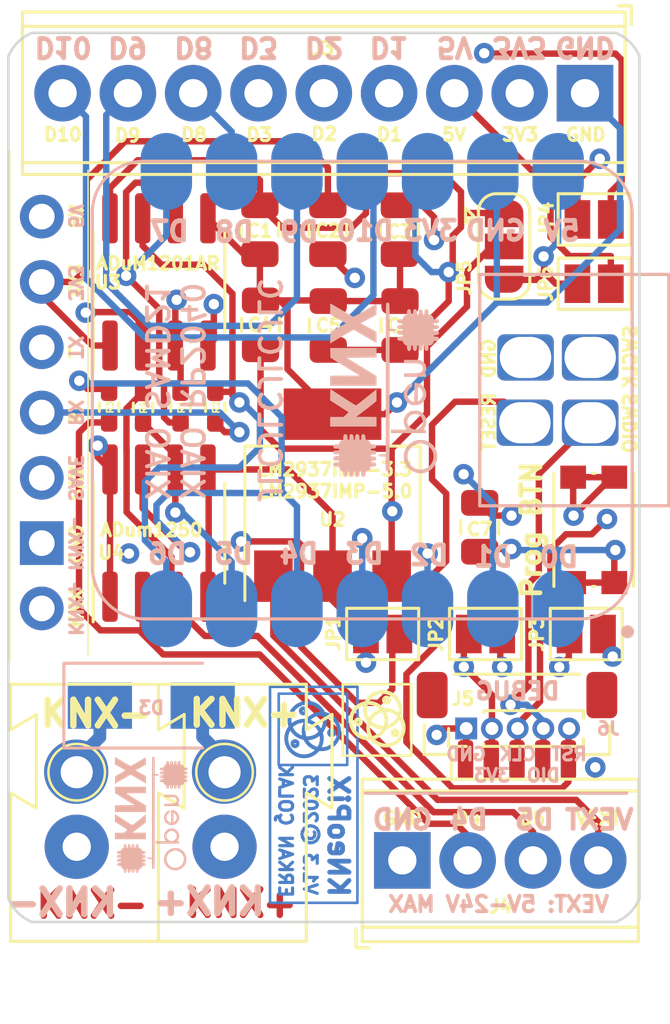
<source format=kicad_pcb>
(kicad_pcb (version 20240108) (generator "pcbnew") (generator_version "8.0")
  (title_block (title "KNeoPix") (date "2023-02-25") (rev "1.3") (company "OpenKNX"))
  (layers (0 "F.Cu" signal) (1 "In1.Cu" signal) (2 "In2.Cu" signal) (31 "B.Cu" signal) (34 "B.Paste" user) (35 "F.Paste" user) (36 "B.SilkS" user "B.Silkscreen") (37 "F.SilkS" user "F.Silkscreen") (38 "B.Mask" user) (39 "F.Mask" user) (44 "Edge.Cuts" user))
  (net 0 "")
  (net 1 "KNX_3V3")
  (net 2 "KNX_RX")
  (net 3 "KNX_TX")
  (net 4 "D0")
  (net 5 "D10")
  (net 6 "D9")
  (net 7 "D8")
  (net 8 "D3")
  (net 9 "D2")
  (net 10 "D1")
  (net 11 "KNX_GND")
  (net 12 "D4_SDA")
  (net 13 "D5_SCL")
  (net 14 "D6_TX")
  (net 15 "D7_RX")
  (net 16 "KNX_SAVE")
  (net 17 "KNX_5V")
  (net 18 "KNX+")
  (net 19 "EXT_GND")
  (net 20 "NEO_DATA1_OUT")
  (net 21 "NEO_DATA0_OUT")
  (net 22 "5V-MCU")
  (net 23 "EXT_VCC_OUT")
  (net 24 "S_3V3")
  (net 25 "EXT_VCC_IN")
  (net 26 "SWCLK")
  (net 27 "SWDIO")
  (net 28 "RESET")
  (footprint "KNeoPix:C_0805_2012Metric" (layer "F.Cu") (at 60.78642 47.063384 -90)
    (property "Reference" "C2")
    (property "Value" "100nF" (hide yes))
  )
  (footprint "KNeoPix:JST_SH_BM05B-SRSS-TB_1x05-1MP_P1.00mm_Vertical" (layer "F.Cu") (at 68.14142 66.363384)
    (property "Reference" "J5")
    (property "Value" "Conn_01x05" (hide yes))
  )
  (footprint "KNeoPix:SOT-223-3_TabPin2" (layer "F.Cu") (at 60.96642 57.388384 90)
    (property "Reference" "U2")
    (property "Value" "LM2937IMP-3.3 / 5.0" (hide yes))
  )
  (footprint "KNeoPix:C_0805_2012Metric" (layer "F.Cu") (at 58.14142 47.063384 -90)
    (property "Reference" "C1")
    (property "Value" "100nF" (hide yes))
  )
  (footprint "KNeoPix:R_0402_1005Metric_Pad0.72x0.64mm_HandSolder" (layer "F.Cu") (at 53.59642 53.973384 -90)
    (property "Reference" "R4")
    (property "Value" "0Ohm - D5 Jumper" (hide yes))
  )
  (footprint "KNeoPix:SolderJumper-2_P1.3mm_Open_Pad1.0x1.5mm" (layer "F.Cu") (at 70.83642 62.788384)
    (property "Reference" "JP3")
    (property "Value" "VCC Direct In/Out 3V3/5V" (hide yes))
  )
  (footprint "KNeoPix:R_0402_1005Metric_Pad0.72x0.64mm_HandSolder" (layer "F.Cu") (at 52.27642 53.963384 90)
    (property "Reference" "R3")
    (property "Value" "0Ohm - D4 Jumper" (hide yes))
  )
  (footprint "KNeoPix:C_0805_2012Metric" (layer "F.Cu") (at 58.16642 50.763384 90)
    (property "Reference" "C4")
    (property "Value" "10µf 16V" (hide yes))
  )
  (footprint "KNeoPix:SolderJumper-2_P1.3mm_Open_Pad1.0x1.5mm" (layer "F.Cu") (at 71.14142 46.663384)
    (property "Reference" "JP4")
    (property "Value" "KNX Pin SAVE - Optional" (hide yes))
  )
  (footprint "KNeoPix:C_0805_2012Metric" (layer "F.Cu") (at 63.56642 47.063384 -90)
    (property "Reference" "C3")
    (property "Value" "100 nf 25V" (hide yes))
  )
  (footprint "KNeoPix:C_0805_2012Metric" (layer "F.Cu") (at 63.59142 50.788384 -90)
    (property "Reference" "C6")
    (property "Value" "100nF" (hide yes))
  )
  (footprint "KNeoPix:243131" (layer "F.Cu") (at 56.76642 68.163384)
    (property "Reference" "H2" (hide yes))
    (property "Value" "243-131" (hide yes))
  )
  (footprint "KNeoPix:C_0805_2012Metric" (layer "F.Cu") (at 66.69142 58.638384 90)
    (property "Reference" "C7")
    (property "Value" "100nF 16V - (X5R 0805)" (hide yes))
  )
  (footprint "KNeoPix:PinHeader_1x05_P1.00mm_Vertical" (layer "F.Cu") (at 66.16642 66.463384 90)
    (property "Reference" "J6")
    (property "Value" "Conn_01x05" (hide yes))
  )
  (footprint "KNeoPix:R_0402_1005Metric_Pad0.72x0.64mm_HandSolder" (layer "F.Cu") (at 55.05642 53.963384 -90)
    (property "Reference" "R1")
    (property "Value" "0Ohm - TXRX Jumper" (hide yes))
  )
  (footprint "KNeoPix:TerminalBlock_Phoenix_MPT-0,5-4-2.54_1x04_P2.54mm_Horizontal" (layer "F.Cu") (at 63.68142 71.593384)
    (property "Reference" "J4")
    (property "Value" "Screw Terminal - Isolated IOs" (hide yes))
  )
  (footprint "KNeoPix:TerminalBlock_Phoenix_MPT-0,5-9-2.54_1x09_P2.54mm_Horizontal" (layer "F.Cu") (at 70.78642 41.753384 180)
    (property "Reference" "J3")
    (property "Value" "Screw Terminal - Non Isolated IOs" (hide yes))
  )
  (footprint "KNeoPix:R_0402_1005Metric_Pad0.72x0.64mm_HandSolder" (layer "F.Cu") (at 56.40642 53.965884 90)
    (property "Reference" "R2")
    (property "Value" "0Ohm - RXTX Jumper" (hide yes))
  )
  (footprint "KNeoPix:NanoBCU_PinSocket_LowProfile" (layer "F.Cu") (at 49.65642 61.793384 180)
    (property "Reference" "GN1" (hide yes))
    (property "Value" "OpenKNX_BCU" (hide yes))
  )
  (footprint "KNeoPix:SolderJumper-2_P1.3mm_Open_Pad1.0x1.5mm" (layer "F.Cu") (at 62.91642 62.788384)
    (property "Reference" "JP1")
    (property "Value" "GND KNX voltage input" (hide yes))
  )
  (footprint "KNeoPix:SOIC-8_3.9x4.9mm_P1.27mm" (layer "F.Cu") (at 54.21642 49.093384 90)
    (property "Reference" "U3")
    (property "Value" "ADuM1201AR / ADum1250" (hide yes))
  )
  (footprint "KNeoPix:SolderJumper-2_P1.3mm_Open_Pad1.0x1.5mm" (layer "F.Cu") (at 66.91642 62.788384)
    (property "Reference" "JP2")
    (property "Value" "3V3 KNX voltage input" (hide yes))
  )
  (footprint "KNeoPix:C_0805_2012Metric" (layer "F.Cu") (at 60.80142 50.788384 90)
    (property "Reference" "C5")
    (property "Value" "100nF" (hide yes))
  )
  (footprint "KNeoPix:SW_Push_1P1T_NO_CK_KMR2" (layer "F.Cu") (at 71.12642 58.738384 -90)
    (property "Reference" "SW1" (hide yes))
    (property "Value" "Prog BTN")
  )
  (footprint "KNeoPix:KNX_Connector_Light" (layer "F.Cu") (at 54.21642 70.663384 90)
    (property "Reference" "J2" (hide yes))
    (property "Value" "Conn_KNX" (hide yes))
  )
  (footprint "KNeoPix:243131" (layer "F.Cu") (at 51.01642 68.163384)
    (property "Reference" "H1" (hide yes))
    (property "Value" "243-131" (hide yes))
  )
  (footprint "KNeoPix:SolderJumper-2_P1.3mm_Open_Pad1.0x1.5mm" (layer "F.Cu") (at 71.14142 49.163384)
    (property "Reference" "JP6")
    (property "Value" "5V KNX voltage input" (hide yes))
  )
  (footprint "KNeoPix:SolderJumper-3_P1.3mm_Open_RoundedPad1.0x1.5mm" (layer "F.Cu") (at 67.64142 47.713384 -90)
    (property "Reference" "JP5")
    (property "Value" "Select U2 and Input Voltage" (hide yes))
  )
  (footprint "KNeoPix:KNX_Connector" (layer "F.Cu") (at 54.19642 67.743384 90)
    (property "Reference" "J1" (hide yes))
    (property "Value" "Conn_KNX" (hide yes))
  )
  (footprint "KNeoPix:SOIC-8_3.9x4.9mm_P1.27mm" (layer "F.Cu") (at 54.21642 58.863384 90)
    (property "Reference" "U4")
    (property "Value" "ADum1250")
  )
  (footprint "KNeoPix:Seeeduino XIAO-MOUDLE14P-2.54-21X17.8MM-no-15-16-17-18-19-20-pad" (layer "B.Cu") (at 51.45812 62.387084 90)
    (property "Reference" "U1" (hide yes))
    (property "Value" "Seeeduino XIAO" (hide yes))
  )
  (footprint "KNeoPix:KNeoPix - Logo" (layer "B.Cu") (at 60.45642 69.183384 90)
    (property "Reference" "REF42" (hide yes))
    (property "Value" "KNeoPix - Logo" (hide yes))
  )
  (footprint "KNeoPix:OpenKNX_Logo_05x03" (layer "B.Cu") (at 53.705089 69.81406 90)
    (property "Reference" "REF1" (hide yes))
    (property "Value" "LOGO" (hide yes))
  )
  (footprint "KNeoPix:D_SMA" (layer "B.Cu") (at 53.91642 65.573384)
    (property "Reference" "D3")
    (property "Value" "SMAJ40CA-13-F" (hide yes))
  )
  (footprint "KNeoPix:OpenKNX_Logo_07x05" (layer "B.Cu") (at 62.674423 53.287371 90)
    (property "Reference" "REF2" (hide yes))
    (property "Value" "LOGO" (hide yes))
  )
  (gr_line (start 62.24642 68.981384) (end 72.40642 68.981384) (stroke (width 0.125)) (layer "B.SilkS"))
  (gr_circle (center 63.04392 66.433384) (end 62.51892 66.883384) (stroke (width 0.15)) (fill none) (layer "F.SilkS"))
  (gr_circle (center 62.36892 66.158384) (end 61.84392 66.608384) (stroke (width 0.15)) (fill none) (layer "F.SilkS"))
  (gr_circle (center 63.39392 66.633384) (end 63.39392 66.658384) (stroke (width 0.15)) (fill none) (layer "F.SilkS"))
  (gr_rect (start 61.36392 64.743384) (end 64.02892 67.518384) (stroke (width 0.1)) (fill none) (layer "F.SilkS"))
  (gr_circle (center 61.96892 66.208384) (end 61.96892 66.233384) (stroke (width 0.15)) (fill none) (layer "F.SilkS"))
  (gr_circle (center 63.06892 65.358384) (end 63.06892 65.383384) (stroke (width 0.15)) (fill none) (layer "F.SilkS"))
  (gr_circle (center 62.91892 65.733384) (end 62.39392 66.183384) (stroke (width 0.15)) (fill none) (layer "F.SilkS"))
  (gr_arc (start 72.90284 73.076768) (mid 72.536413 73.623375) (end 71.988711 73.988169) (stroke (width 0.1)) (layer "Edge.Cuts"))
  (gr_line (start 49.274129 39.408599) (end 71.988711 39.408599) (stroke (width 0.1)) (layer "Edge.Cuts"))
  (gr_arc (start 71.988711 39.408599) (mid 72.536427 39.773379) (end 72.90284 40.32) (stroke (width 0.1)) (layer "Edge.Cuts"))
  (gr_line (start 72.90284 73.076768) (end 72.90284 40.32) (stroke (width 0.1)) (layer "Edge.Cuts"))
  (gr_arc (start 49.274129 73.988169) (mid 48.726413 73.623389) (end 48.36 73.076768) (stroke (width 0.1)) (layer "Edge.Cuts"))
  (gr_arc (start 48.36 40.32) (mid 48.726427 39.773393) (end 49.274129 39.408599) (stroke (width 0.1)) (layer "Edge.Cuts"))
  (gr_line (start 48.36 40.32) (end 48.36 73.076768) (stroke (width 0.1)) (layer "Edge.Cuts"))
  (gr_line (start 49.274129 73.988169) (end 71.988711 73.988169) (stroke (width 0.1)) (layer "Edge.Cuts"))
  (gr_text "KNX+" (at 57.41642 73.263384 0) (layer "F.Cu") (effects (font (size 1 1) (thickness 0.25) (bold yes))))
  (gr_text "KNX-" (at 51.61642 73.293384 0) (layer "F.Cu") (effects (font (size 1 1) (thickness 0.25) (bold yes))))
  (gr_text "JLCJLCJLCJLC" (at 58.50642 53.313384 -90) (layer "B.SilkS") (effects (font (size 0.85 0.85) (thickness 0.15) (bold yes)) (justify mirror)))
  (gr_text "D4" (at 66.25142 70.013384 0) (layer "B.SilkS") (effects (font (size 0.75 0.75) (thickness 0.1875)) (justify mirror)))
  (gr_text "KNX+" (at 56.17642 73.193384 0) (layer "B.SilkS") (effects (font (size 1 1) (thickness 0.25)) (justify mirror)))
  (gr_text "D5" (at 68.81642 70.013384 0) (layer "B.SilkS") (effects (font (size 0.75 0.75) (thickness 0.1875)) (justify mirror)))
  (gr_text "VEXT" (at 71.34142 70.013384 0) (layer "B.SilkS") (effects (font (size 0.75 0.75) (thickness 0.1875)) (justify mirror)))
  (gr_text "KNX-" (at 50.42642 73.233384 0) (layer "B.SilkS") (effects (font (size 1 1) (thickness 0.25)) (justify mirror)))
  (gr_text "XIAO RP2040\nXIAO SAMD21" (at 54.81642 53.333384 -90) (layer "B.SilkS") (effects (font (size 0.85 0.85) (thickness 0.15) (bold yes)) (justify mirror)))
  (gr_text "GND" (at 63.69142 70.013384 0) (layer "B.SilkS") (effects (font (size 0.75 0.75) (thickness 0.1875)) (justify mirror)))
  (segment (start 52.90642 43.623384) (end 59.76642 43.623384) (width 0.25) (layer "F.Cu") (net 1))
  (segment (start 51.62142 51.568384) (end 52.31142 51.568384) (width 0.25) (layer "F.Cu") (net 1))
  (segment (start 60.78642 44.643384) (end 60.78642 46.113384) (width 0.25) (layer "F.Cu") (net 1))
  (segment (start 51.40642 48.573384) (end 51.40642 45.123384) (width 0.25) (layer "F.Cu") (net 1))
  (segment (start 67.56642 64.073384) (end 67.49142 63.998384) (width 0.25) (layer "F.Cu") (net 1))
  (segment (start 49.65642 49.603384) (end 51.62142 51.568384) (width 0.25) (layer "F.Cu") (net 1))
  (segment (start 51.40642 45.123384) (end 52.90642 43.623384) (width 0.25) (layer "F.Cu") (net 1))
  (segment (start 67.49142 63.998384) (end 67.49142 62.863384) (width 0.25) (layer "F.Cu") (net 1))
  (segment (start 59.76642 43.623384) (end 60.78642 44.643384) (width 0.25) (layer "F.Cu") (net 1))
  (segment (start 50.88642 49.093384) (end 51.40642 48.573384) (width 0.25) (layer "F.Cu") (net 1))
  (segment (start 49.65642 49.093384) (end 50.88642 49.093384) (width 0.25) (layer "F.Cu") (net 1))
  (via (at 67.56642 64.073384) (size 0.8) (drill 0.4) (layers "F.Cu" "B.Cu") (net 1))
  (via (at 53.05132 59.659384) (size 0.8) (drill 0.4) (layers "F.Cu" "B.Cu") (net 1))
  (segment (start 53.10142 50.268384) (end 53.58142 50.748384) (width 0.25) (layer "F.Cu") (net 2))
  (segment (start 56.78082 54.937784) (end 57.34422 54.937784) (width 0.25) (layer "F.Cu") (net 2))
  (segment (start 51.38642 50.268384) (end 53.10142 50.268384) (width 0.25) (layer "F.Cu") (net 2))
  (segment (start 56.40642 54.563384) (end 56.78082 54.937784) (width 0.25) (layer "F.Cu") (net 2))
  (segment (start 51.366219 50.288585) (end 51.38642 50.268384) (width 0.25) (layer "F.Cu") (net 2))
  (via (at 51.366219 50.288585) (size 0.8) (drill 0.4) (layers "F.Cu" "B.Cu") (net 2))
  (via (at 57.34422 54.937784) (size 0.8) (drill 0.4) (layers "F.Cu" "B.Cu") (net 2))
  (segment (start 57.34422 54.937784) (end 56.57982 54.173384) (width 0.25) (layer "B.Cu") (net 2))
  (segment (start 56.57982 54.173384) (end 49.65642 54.173384) (width 0.25) (layer "B.Cu") (net 2))
  (segment (start 54.85142 49.842084) (end 54.90382 49.789684) (width 0.25) (layer "F.Cu") (net 3))
  (segment (start 55.05642 51.773384) (end 54.85142 51.568384) (width 0.25) (layer "F.Cu") (net 3))
  (segment (start 54.85142 51.568384) (end 54.85142 49.842084) (width 0.25) (layer "F.Cu") (net 3))
  (segment (start 55.05642 53.365884) (end 55.05642 51.773384) (width 0.25) (layer "F.Cu") (net 3))
  (via (at 54.90382 49.789684) (size 0.8) (drill 0.4) (layers "F.Cu" "B.Cu") (net 3))
  (segment (start 71.92642 60.788384) (end 70.32642 60.788384) (width 0.25) (layer "F.Cu") (net 4))
  (segment (start 71.92642 60.788384) (end 71.92642 59.563384) (width 0.25) (layer "F.Cu") (net 4))
  (segment (start 71.92642 59.563384) (end 71.96642 59.523384) (width 0.25) (layer "F.Cu") (net 4))
  (segment (start 67.92682 59.483384) (end 66.79642 59.483384) (width 0.25) (layer "F.Cu") (net 4))
  (via (at 67.92682 59.483384) (size 0.8) (drill 0.4) (layers "F.Cu" "B.Cu") (net 4))
  (via (at 71.96642 59.523384) (size 0.8) (drill 0.4) (layers "F.Cu" "B.Cu") (net 4))
  (segment (start 69.742334 59.523384) (end 67.96682 59.523384) (width 0.25) (layer "B.Cu") (net 4))
  (segment (start 69.742334 59.523384) (end 71.96642 59.523384) (width 0.25) (layer "B.Cu") (net 4))
  (segment (start 69.742334 61.801298) (end 69.742334 59.523384) (width 0.25) (layer "B.Cu") (net 4))
  (segment (start 67.96682 59.523384) (end 67.92682 59.483384) (width 0.25) (layer "B.Cu") (net 4))
  (segment (start 66.86642 40.197484) (end 66.88232 40.213384) (width 0.25) (layer "F.Cu") (net 5))
  (segment (start 66.88232 40.213384) (end 71.96912 40.213384) (width 0.25) (layer "F.Cu") (net 5))
  (segment (start 71.96912 40.213384) (end 72.21162 40.455884) (width 0.25) (layer "F.Cu") (net 5))
  (segment (start 71.79142 45.588284) (end 71.79142 46.663384) (width 0.25) (layer "F.Cu") (net 5))
  (segment (start 72.21162 40.455884) (end 72.21162 45.168084) (width 0.25) (layer "F.Cu") (net 5))
  (segment (start 72.21162 45.168084) (end 71.79142 45.588284) (width 0.25) (layer "F.Cu") (net 5))
  (via (at 66.86642 40.197484) (size 0.8) (drill 0.4) (layers "F.Cu" "B.Cu") (net 5))
  (segment (start 60.91642 51.253384) (end 62.55712 49.612684) (width 0.25) (layer "B.Cu") (net 5))
  (segment (start 53.66462 51.253384) (end 60.91642 51.253384) (width 0.25) (layer "B.Cu") (net 5))
  (segment (start 51.37782 48.966584) (end 53.66462 51.253384) (width 0.25) (layer "B.Cu") (net 5))
  (segment (start 50.46642 41.753384) (end 51.37782 42.664784) (width 0.25) (layer "B.Cu") (net 5))
  (segment (start 51.37782 42.664784) (end 51.37782 48.966584) (width 0.25) (layer "B.Cu") (net 5))
  (segment (start 62.55712 49.612684) (end 62.55712 45.236084) (width 0.25) (layer "B.Cu") (net 5))
  (segment (start 59.58232 49.717484) (end 58.49642 50.803384) (width 0.25) (layer "B.Cu") (net 6))
  (segment (start 52.16542 42.594384) (end 53.00642 41.753384) (width 0.25) (layer "B.Cu") (net 6))
  (segment (start 59.58232 44.801284) (end 59.58232 49.717484) (width 0.25) (layer "B.Cu") (net 6))
  (segment (start 53.85122 50.803384) (end 52.16542 49.117584) (width 0.25) (layer "B.Cu") (net 6))
  (segment (start 58.49642 50.803384) (end 53.85122 50.803384) (width 0.25) (layer "B.Cu") (net 6))
  (segment (start 52.16542 49.117584) (end 52.16542 42.594384) (width 0.25) (layer "B.Cu") (net 6))
  (segment (start 57.042334 43.249298) (end 55.54642 41.753384) (width 0.25) (layer "B.Cu") (net 7))
  (segment (start 57.042334 44.801298) (end 57.042334 43.249298) (width 0.25) (layer "B.Cu") (net 7))
  (via (at 62.12232 59.061884) (size 0.8) (drill 0.4) (layers "F.Cu" "B.Cu") (net 8))
  (segment (start 62.12232 61.801284) (end 62.12232 59.061884) (width 0.25) (layer "B.Cu") (net 8))
  (via (at 64.66232 59.656184) (size 0.8) (drill 0.4) (layers "F.Cu" "B.Cu") (net 9))
  (segment (start 64.66232 61.801284) (end 64.66232 59.656184) (width 0.25) (layer "B.Cu") (net 9))
  (via (at 66.06682 56.573884) (size 0.8) (drill 0.4) (layers "F.Cu" "B.Cu") (net 10))
  (segment (start 67.20232 61.801284) (end 67.20232 57.709384) (width 0.25) (layer "B.Cu") (net 10))
  (segment (start 67.20232 57.709384) (end 66.06682 56.573884) (width 0.25) (layer "B.Cu") (net 10))
  (segment (start 59.60572 59.186984) (end 59.74142 59.322684) (width 0.25) (layer "F.Cu") (net 11))
  (segment (start 59.74142 59.322684) (end 59.74142 63.288384) (width 0.25) (layer "F.Cu") (net 11))
  (segment (start 57.40912 59.186984) (end 59.60572 59.186984) (width 0.25) (layer "F.Cu") (net 11))
  (segment (start 59.74142 63.288384) (end 61.91642 65.463384) (width 0.25) (layer "F.Cu") (net 11))
  (segment (start 61.70932 48.936284) (end 61.83212 48.936284) (width 0.25) (layer "F.Cu") (net 11))
  (segment (start 61.91642 65.463384) (end 62.76642 65.463384) (width 0.25) (layer "F.Cu") (net 11))
  (segment (start 56.12142 51.568384) (end 56.34932 51.340484) (width 0.25) (layer "F.Cu") (net 11))
  (segment (start 60.78642 48.013384) (end 61.70932 48.936284) (width 0.25) (layer "F.Cu") (net 11))
  (segment (start 56.34932 51.340484) (end 56.34932 49.957784) (width 0.25) (layer "F.Cu") (net 11))
  (segment (start 63.29142 64.938384) (end 63.29142 63.063384) (width 0.25) (layer "F.Cu") (net 11))
  (segment (start 62.76642 65.463384) (end 63.29142 64.938384) (width 0.25) (layer "F.Cu") (net 11))
  (via (at 56.34932 49.957784) (size 0.8) (drill 0.4) (layers "F.Cu" "B.Cu") (net 11))
  (via (at 57.40912 59.186984) (size 0.8) (drill 0.4) (layers "F.Cu" "B.Cu") (net 11))
  (via (at 61.83212 48.936284) (size 0.8) (drill 0.4) (layers "F.Cu" "B.Cu") (net 11))
  (segment (start 51.91642 66.798484) (end 50.99642 67.718484) (width 0.5) (layer "B.Cu") (net 11))
  (segment (start 51.91642 65.573384) (end 51.91642 66.798484) (width 0.5) (layer "B.Cu") (net 11))
  (segment (start 55.42462 59.607584) (end 55.28872 59.607584) (width 0.25) (layer "F.Cu") (net 12))
  (segment (start 53.58142 57.900284) (end 53.58142 56.388384) (width 0.25) (layer "F.Cu") (net 12))
  (segment (start 51.43142 53.253384) (end 52.16392 53.253384) (width 0.25) (layer "F.Cu") (net 12))
  (segment (start 55.28872 59.607584) (end 53.58142 57.900284) (width 0.25) (layer "F.Cu") (net 12))
  (segment (start 51.11642 52.938384) (end 51.43142 53.253384) (width 0.25) (layer "F.Cu") (net 12))
  (via (at 51.11642 52.938384) (size 0.8) (drill 0.4) (layers "F.Cu" "B.Cu") (net 12))
  (via (at 55.42462 59.607584) (size 0.8) (drill 0.4) (layers "F.Cu" "B.Cu") (net 12))
  (segment (start 51.22012 53.042084) (end 57.68122 53.042084) (width 0.25) (layer "B.Cu") (net 12))
  (segment (start 55.34882 59.607584) (end 54.11702 58.375784) (width 0.25) (layer "B.Cu") (net 12))
  (segment (start 57.68122 53.042084) (end 58.98642 54.347284) (width 0.25) (layer "B.Cu") (net 12))
  (segment (start 59.05682 57.303784) (end 59.58232 57.829284) (width 0.25) (layer "B.Cu") (net 12))
  (segment (start 58.98642 54.347284) (end 58.98642 57.303784) (width 0.25) (layer "B.Cu") (net 12))
  (segment (start 56.90992 57.303784) (end 59.05682 57.303784) (width 0.25) (layer "B.Cu") (net 12))
  (segment (start 51.11642 52.938384) (end 51.22012 53.042084) (width 0.25) (layer "B.Cu") (net 12))
  (segment (start 54.11702 58.375784) (end 54.11702 57.764084) (width 0.25) (layer "B.Cu") (net 12))
  (segment (start 54.57732 57.303784) (end 56.90992 57.303784) (width 0.25) (layer "B.Cu") (net 12))
  (segment (start 59.58232 57.829284) (end 59.58232 61.801284) (width 0.25) (layer "B.Cu") (net 12))
  (segment (start 58.98642 57.303784) (end 56.90992 57.303784) (width 0.25) (layer "B.Cu") (net 12))
  (segment (start 55.42462 59.607584) (end 55.34882 59.607584) (width 0.25) (layer "B.Cu") (net 12))
  (segment (start 54.11702 57.764084) (end 54.57732 57.303784) (width 0.25) (layer "B.Cu") (net 12))
  (segment (start 54.85142 55.825884) (end 53.59642 54.570884) (width 0.25) (layer "F.Cu") (net 13))
  (segment (start 54.85142 56.388384) (end 54.85142 58.063884) (width 0.25) (layer "F.Cu") (net 13))
  (via (at 54.85142 58.063884) (size 0.8) (drill 0.4) (layers "F.Cu" "B.Cu") (net 13))
  (segment (start 57.04232 59.976184) (end 55.13002 58.063884) (width 0.25) (layer "B.Cu") (net 13))
  (segment (start 57.04232 61.801284) (end 57.04232 59.976184) (width 0.25) (layer "B.Cu") (net 13))
  (segment (start 55.13002 58.063884) (end 54.85142 58.063884) (width 0.25) (layer "B.Cu") (net 13))
  (segment (start 54.31642 48.423384) (end 55.94642 48.423384) (width 0.25) (layer "F.Cu") (net 14))
  (segment (start 57.07452 53.368384) (end 57.07452 53.511084) (width 0.25) (layer "F.Cu") (net 14))
  (segment (start 53.58142 46.618384) (end 53.58142 47.688384) (width 0.25) (layer "F.Cu") (net 14))
  (segment (start 55.94642 48.423384) (end 57.07452 49.551484) (width 0.25) (layer "F.Cu") (net 14))
  (segment (start 53.58142 47.688384) (end 54.31642 48.423384) (width 0.25) (layer "F.Cu") (net 14))
  (segment (start 57.07452 53.368384) (end 56.40642 53.368384) (width 0.25) (layer "F.Cu") (net 14))
  (segment (start 57.07452 49.551484) (end 57.07452 53.368384) (width 0.25) (layer "F.Cu") (net 14))
  (segment (start 57.07452 53.511084) (end 57.34422 53.780784) (width 0.25) (layer "F.Cu") (net 14))
  (via (at 57.34422 53.780784) (size 0.8) (drill 0.4) (layers "F.Cu" "B.Cu") (net 14))
  (segment (start 53.66692 59.140784) (end 54.50232 59.976184) (width 0.25) (layer "B.Cu") (net 14))
  (segment (start 54.21642 56.313384) (end 53.66692 56.862884) (width 0.25) (layer "B.Cu") (net 14))
  (segment (start 57.45882 53.780784) (end 58.14142 54.463384) (width 0.25) (layer "B.Cu") (net 14))
  (segment (start 58.14142 54.463384) (end 58.14142 55.513384) (width 0.25) (layer "B.Cu") (net 14))
  (segment (start 57.34142 56.313384) (end 54.21642 56.313384) (width 0.25) (layer "B.Cu") (net 14))
  (segment (start 53.66692 56.862884) (end 53.66692 59.140784) (width 0.25) (layer "B.Cu") (net 14))
  (segment (start 58.14142 55.513384) (end 57.34142 56.313384) (width 0.25) (layer "B.Cu") (net 14))
  (segment (start 57.34422 53.780784) (end 57.45882 53.780784) (width 0.25) (layer "B.Cu") (net 14))
  (segment (start 54.50232 59.976184) (end 54.50232 61.801284) (width 0.25) (layer "B.Cu") (net 14))
  (segment (start 54.61392 54.560884) (end 54.41142 54.358384) (width 0.25) (layer "F.Cu") (net 15))
  (segment (start 54.41142 52.968384) (end 54.22642 52.783384) (width 0.25) (layer "F.Cu") (net 15))
  (segment (start 54.42642 45.233384) (end 54.85142 45.658384) (width 0.25) (layer "F.Cu") (net 15))
  (segment (start 52.93802 45.597384) (end 53.30202 45.233384) (width 0.25) (layer "F.Cu") (net 15))
  (segment (start 54.41142 54.358384) (end 54.41142 52.968384) (width 0.25) (layer "F.Cu") (net 15))
  (segment (start 54.85142 45.658384) (end 54.85142 46.618384) (width 0.25) (layer "F.Cu") (net 15))
  (segment (start 52.93802 48.854884) (end 52.93802 45.597384) (width 0.25) (layer "F.Cu") (net 15))
  (segment (start 54.22642 52.783384) (end 54.22642 50.143284) (width 0.25) (layer "F.Cu") (net 15))
  (segment (start 53.30202 45.233384) (end 54.42642 45.233384) (width 0.25) (layer "F.Cu") (net 15))
  (segment (start 54.22642 50.143284) (end 52.93802 48.854884) (width 0.25) (layer "F.Cu") (net 15))
  (segment (start 55.05642 54.560884) (end 54.61392 54.560884) (width 0.25) (layer "F.Cu") (net 15))
  (via (at 52.93802 48.854884) (size 0.8) (drill 0.4) (layers "F.Cu" "B.Cu") (net 15))
  (segment (start 54.50232 47.290584) (end 52.93802 48.854884) (width 0.25) (layer "B.Cu") (net 15))
  (segment (start 54.50232 44.801284) (end 54.50232 47.290584) (width 0.25) (layer "B.Cu") (net 15))
  (segment (start 70.49142 45.172884) (end 71.36192 44.302384) (width 0.25) (layer "F.Cu") (net 16))
  (segment (start 70.49142 46.663384) (end 70.49142 45.172884) (width 0.25) (layer "F.Cu") (net 16))
  (via (at 71.36192 44.302384) (size 0.8) (drill 0.4) (layers "F.Cu" "B.Cu") (net 16))
  (segment (start 69.44702 45.493984) (end 65.70642 41.753384) (width 0.25) (layer "F.Cu") (net 17))
  (segment (start 69.44702 47.347284) (end 69.44702 45.493984) (width 0.25) (layer "F.Cu") (net 17))
  (segment (start 71.79142 49.163384) (end 71.79142 48.088284) (width 0.25) (layer "F.Cu") (net 17))
  (segment (start 70.18802 48.088284) (end 69.44702 47.347284) (width 0.25) (layer "F.Cu") (net 17))
  (segment (start 71.79142 48.088284) (end 70.18802 48.088284) (width 0.25) (layer "F.Cu") (net 17))
  (segment (start 55.91642 65.573384) (end 55.91642 66.798484) (width 0.5) (layer "B.Cu") (net 18))
  (segment (start 55.91642 66.798484) (end 56.74642 67.628484) (width 0.5) (layer "B.Cu") (net 18))
  (segment (start 60.96642 58.113384) (end 59.24142 56.388384) (width 0.25) (layer "F.Cu") (net 19))
  (segment (start 56.14972 61.310084) (end 56.14972 56.416684) (width 0.25) (layer "F.Cu") (net 19))
  (segment (start 60.96642 54.238384) (end 63.01552 54.238384) (width 0.25) (layer "F.Cu") (net 19))
  (segment (start 62.26642 63.9008) (end 62.26642 62.788384) (width 0.25) (layer "F.Cu") (net 19))
  (segment (start 60.96642 61.488384) (end 62.26642 62.788384) (width 0.25) (layer "F.Cu") (net 19))
  (segment (start 70.32642 56.688384) (end 70.32642 58.168884) (width 0.25) (layer "F.Cu") (net 19))
  (segment (start 58.14142 48.013384) (end 58.14142 49.788384) (width 0.25) (layer "F.Cu") (net 19))
  (segment (start 59.21642 52.488384) (end 59.21642 50.113384) (width 0.25) (layer "F.Cu") (net 19))
  (segment (start 60.96642 60.538384) (end 60.96642 61.488384) (width 0.25) (layer "F.Cu") (net 19))
  (segment (start 66.16642 66.463384) (end 66.16642 67.663384) (width 0.25) (layer "F.Cu") (net 19))
  (segment (start 65.26592 66.463384) (end 65.01642 66.712884) (width 0.25) (layer "F.Cu") (net 19))
  (segment (start 70.32642 58.168884) (end 70.34142 58.183884) (width 0.25) (layer "F.Cu") (net 19))
  (segment (start 56.12142 46.618384) (end 57.51642 48.013384) (width 0.25) (layer "F.Cu") (net 19))
  (segment (start 70.34142 58.183884) (end 71.83692 56.688384) (width 0.25) (layer "F.Cu") (net 19))
  (segment (start 67.18642 58.183384) (end 66.69142 57.688384) (width 0.25) (layer "F.Cu") (net 19))
  (segment (start 66.16642 66.463384) (end 65.26592 66.463384) (width 0.25) (layer "F.Cu") (net 19))
  (segment (start 57.51642 48.013384) (end 58.14142 48.013384) (width 0.25) (layer "F.Cu") (net 19))
  (segment (start 59.21642 50.113384) (end 58.91642 49.813384) (width 0.25) (layer "F.Cu") (net 19))
  (segment (start 58.91642 49.813384) (end 60.77642 49.813384) (width 0.25) (layer "F.Cu") (net 19))
  (segment (start 59.21642 52.488384) (end 60.96642 54.238384) (width 0.25) (layer "F.Cu") (net 19))
  (segment (start 63.01552 54.238384) (end 63.47132 53.782584) (width 0.25) (layer "F.Cu") (net 19))
  (segment (start 67.92682 58.183384) (end 67.18642 58.183384) (width 0.25) (layer "F.Cu") (net 19))
  (segment (start 60.96642 60.538384) (end 60.96642 58.113384) (width 0.25) (layer "F.Cu") (net 19))
  (segment (start 59.24142 56.388384) (end 56.12142 56.388384) (width 0.25) (layer "F.Cu") (net 19))
  (segment (start 60.80142 49.838384) (end 63.59142 49.838384) (width 0.25) (layer "F.Cu") (net 19))
  (segment (start 58.16642 49.813384) (end 58.91642 49.813384) (width 0.25) (layer "F.Cu") (net 19))
  (segment (start 63.59142 49.838384) (end 63.59142 48.038384) (width 0.25) (layer "F.Cu") (net 19))
  (segment (start 70.32642 56.688384) (end 71.92642 56.688384) (width 0.25) (layer "F.Cu") (net 19))
  (via (at 71.18642 67.973384) (size 0.8) (drill 0.4) (layers "F.Cu" "B.Cu") (net 19))
  (via (at 65.01642 66.712884) (size 0.8) (drill 0.4) (layers "F.Cu" "B.Cu") (net 19))
  (via (at 62.26642 63.9008) (size 0.8) (drill 0.4) (layers "F.Cu" "B.Cu") (net 19))
  (via (at 67.92682 58.183384) (size 0.8) (drill 0.4) (layers "F.Cu" "B.Cu") (net 19))
  (via (at 70.34142 58.183884) (size 0.8) (drill 0.4) (layers "F.Cu" "B.Cu") (net 19))
  (via (at 63.47132 53.782584) (size 0.8) (drill 0.4) (layers "F.Cu" "B.Cu") (net 19))
  (segment (start 67.35642 44.955384) (end 67.35642 49.891084) (width 0.25) (layer "B.Cu") (net 19))
  (segment (start 72.14642 43.113384) (end 72.14642 47.052889) (width 0.25) (layer "B.Cu") (net 19))
  (segment (start 67.35642 49.891084) (end 67.35962 49.894284) (width 0.25) (layer "B.Cu") (net 19))
  (segment (start 70.78642 41.753384) (end 72.14642 43.113384) (width 0.25) (layer "B.Cu") (net 19))
  (segment (start 72.14642 47.052889) (end 69.305025 49.894284) (width 0.25) (layer "B.Cu") (net 19))
  (segment (start 69.305025 49.894284) (end 67.35962 49.894284) (width 0.25) (layer "B.Cu") (net 19))
  (segment (start 67.35962 49.894284) (end 63.47132 53.782584) (width 0.25) (layer "B.Cu") (net 19))
  (segment (start 68.76142 71.593384) (end 68.76142 70.483384) (width 0.25) (layer "F.Cu") (net 20))
  (segment (start 52.95142 54.020884) (end 52.95142 55.648384) (width 0.25) (layer "F.Cu") (net 20))
  (segment (start 53.59642 53.375884) (end 52.95142 54.020884) (width 0.25) (layer "F.Cu") (net 20))
  (segment (start 67.99642 69.718384) (end 64.898628 69.718384) (width 0.25) (layer "F.Cu") (net 20))
  (segment (start 52.95142 55.648384) (end 52.95642 55.653384) (width 0.25) (layer "F.Cu") (net 20))
  (segment (start 54.69952 59.790684) (end 54.69952 61.186484) (width 0.25) (layer "F.Cu") (net 20))
  (segment (start 64.898628 69.718384) (end 58.043628 62.863384) (width 0.25) (layer "F.Cu") (net 20))
  (segment (start 58.043628 62.863384) (end 55.999669 62.863384) (width 0.25) (layer "F.Cu") (net 20))
  (segment (start 68.76142 70.483384) (end 67.99642 69.718384) (width 0.25) (layer "F.Cu") (net 20))
  (segment (start 52.95642 55.653384) (end 52.95642 58.045784) (width 0.25) (layer "F.Cu") (net 20))
  (segment (start 52.95642 58.045784) (end 52.95552 58.046684) (width 0.25) (layer "F.Cu") (net 20))
  (segment (start 55.999669 62.863384) (end 54.85142 61.715135) (width 0.25) (layer "F.Cu") (net 20))
  (segment (start 52.95552 58.046684) (end 54.69952 59.790684) (width 0.25) (layer "F.Cu") (net 20))
  (segment (start 53.96892 63.170884) (end 53.58142 62.783384) (width 0.25) (layer "F.Cu") (net 21))
  (segment (start 51.93872 62.645684) (end 53.44372 62.645684) (width 0.25) (layer "F.Cu") (net 21))
  (segment (start 66.22142 71.593384) (end 66.22142 70.618384) (width 0.25) (layer "F.Cu") (net 21))
  (segment (start 51.106072 61.813036) (end 51.93872 62.645684) (width 0.25) (layer "F.Cu") (net 21))
  (segment (start 58.127232 63.583384) (end 54.38142 63.583384) (width 0.25) (layer "F.Cu") (net 21))
  (segment (start 54.38142 63.583384) (end 53.96892 63.170884) (width 0.25) (layer "F.Cu") (net 21))
  (segment (start 65.77142 70.168384) (end 64.712232 70.168384) (width 0.25) (layer "F.Cu") (net 21))
  (segment (start 53.58142 62.783384) (end 53.58142 61.338384) (width 0.25) (layer "F.Cu") (net 21))
  (segment (start 64.712232 70.168384) (end 58.127232 63.583384) (width 0.25) (layer "F.Cu") (net 21))
  (segment (start 51.49912 54.560884) (end 51.106072 54.953932) (width 0.25) (layer "F.Cu") (net 21))
  (segment (start 66.22142 70.618384) (end 65.77142 70.168384) (width 0.25) (layer "F.Cu") (net 21))
  (segment (start 51.106072 54.953932) (end 51.106072 61.813036) (width 0.25) (layer "F.Cu") (net 21))
  (segment (start 53.44372 62.645684) (end 53.96892 63.170884) (width 0.25) (layer "F.Cu") (net 21))
  (segment (start 52.27642 54.560884) (end 51.49912 54.560884) (width 0.25) (layer "F.Cu") (net 21))
  (segment (start 70.49142 49.163384) (end 69.64642 49.163384) (width 0.25) (layer "F.Cu") (net 22))
  (segment (start 69.19642 48.713384) (end 69.19642 48.121282) (width 0.25) (layer "F.Cu") (net 22))
  (segment (start 69.19642 48.121282) (end 69.177471 48.102333) (width 0.25) (layer "F.Cu") (net 22))
  (segment (start 68.89642 49.013384) (end 69.19642 48.713384) (width 0.25) (layer "F.Cu") (net 22))
  (segment (start 67.64142 49.013384) (end 68.89642 49.013384) (width 0.25) (layer "F.Cu") (net 22))
  (segment (start 69.64642 49.163384) (end 69.19642 48.713384) (width 0.25) (layer "F.Cu") (net 22))
  (via (at 69.177471 48.102333) (size 0.8) (drill 0.4) (layers "F.Cu" "B.Cu") (net 22))
  (segment (start 69.74232 47.537484) (end 69.74232 44.801284) (width 0.25) (layer "B.Cu") (net 22))
  (segment (start 69.177471 48.102333) (end 69.74232 47.537484) (width 0.25) (layer "B.Cu") (net 22))
  (segment (start 66.19642 50.053384) (end 64.64142 51.608384) (width 0.25) (layer "F.Cu") (net 23))
  (segment (start 64.64142 54.203584) (end 63.26642 55.578584) (width 0.25) (layer "F.Cu") (net 23))
  (segment (start 67.16642 47.713384) (end 66.21002 48.669784) (width 0.25) (layer "F.Cu") (net 23))
  (segment (start 63.26642 55.578584) (end 63.26642 57.988384) (width 0.25) (layer "F.Cu") (net 23))
  (segment (start 66.21002 48.669784) (end 66.21002 49.011489) (width 0.25) (layer "F.Cu") (net 23))
  (segment (start 64.64142 51.608384) (end 64.64142 54.203584) (width 0.25) (layer "F.Cu") (net 23))
  (segment (start 63.26642 57.988384) (end 63.29142 58.013384) (width 0.25) (layer "F.Cu") (net 23))
  (segment (start 58.16642 54.831784) (end 58.16642 51.713384) (width 0.25) (layer "F.Cu") (net 23))
  (segment (start 71.48642 63.284384) (end 71.86592 63.663884) (width 0.25) (layer "F.Cu") (net 23))
  (segment (start 63.26642 60.538384) (end 63.26642 58.038384) (width 0.25) (layer "F.Cu") (net 23))
  (segment (start 63.26642 58.038384) (end 63.29142 58.013384) (width 0.25) (layer "F.Cu") (net 23))
  (segment (start 66.21002 49.011489) (end 66.19642 49.025089) (width 0.25) (layer "F.Cu") (net 23))
  (segment (start 66.19642 49.025089) (end 66.19642 50.053384) (width 0.25) (layer "F.Cu") (net 23))
  (segment (start 58.91322 55.578584) (end 58.16642 54.831784) (width 0.25) (layer "F.Cu") (net 23))
  (segment (start 63.26642 55.578584) (end 58.91322 55.578584) (width 0.25) (layer "F.Cu") (net 23))
  (via (at 71.86592 63.663884) (size 0.8) (drill 0.4) (layers "F.Cu" "B.Cu") (net 23))
  (via (at 63.29142 58.013384) (size 0.8) (drill 0.4) (layers "F.Cu" "B.Cu") (net 23))
  (segment (start 65.96312 46.413384) (end 67.64142 46.413384) (width 0.25) (layer "F.Cu") (net 24))
  (segment (start 65.96312 45.590084) (end 65.23642 44.863384) (width 0.25) (layer "F.Cu") (net 24))
  (segment (start 65.64142 48.554784) (end 65.64142 47.288784) (width 0.25) (layer "F.Cu") (net 24))
  (segment (start 51.831072 55.462243) (end 51.831072 55.908036) (width 0.25) (layer "F.Cu") (net 24))
  (segment (start 65.96312 46.967084) (end 65.96312 46.413384) (width 0.25) (layer "F.Cu") (net 24))
  (segment (start 65.96312 46.967084) (end 65.96312 45.590084) (width 0.25) (layer "F.Cu") (net 24))
  (segment (start 67.16642 65.1606) (end 67.16642 66.463384) (width 0.25) (layer "F.Cu") (net 24))
  (segment (start 59.01402 46.985984) (end 58.14142 46.113384) (width 0.25) (layer "F.Cu") (net 24))
  (segment (start 66.072812 64.066992) (end 66.072812 62.981992) (width 0.25) (layer "F.Cu") (net 24))
  (segment (start 65.48502 48.711184) (end 65.64142 48.554784) (width 0.25) (layer "F.Cu") (net 24))
  (segment (start 67.16642 66.463384) (end 67.16642 67.663384) (width 0.25) (layer "F.Cu") (net 24))
  (segment (start 65.23642 44.863384) (end 62.80642 44.863384) (width 0.25) (layer "F.Cu") (net 24))
  (segment (start 52.31142 45.438384) (end 53.38642 44.363384) (width 0.25) (layer "F.Cu") (net 24))
  (segment (start 52.31142 56.388384) (end 52.31142 61.338384) (width 0.25) (layer "F.Cu") (net 24))
  (segment (start 62.26642 45.403384) (end 62.26642 46.423384) (width 0.25) (layer "F.Cu") (net 24))
  (segment (start 62.26642 46.423384) (end 61.70382 46.985984) (width 0.25) (layer "F.Cu") (net 24))
  (segment (start 58.14142 45.138384) (end 58.14142 46.113384) (width 0.25) (layer "F.Cu") (net 24))
  (segment (start 61.70382 46.985984) (end 59.01402 46.985984) (width 0.25) (layer "F.Cu") (net 24))
  (segment (start 57.36642 44.363384) (end 58.14142 45.138384) (width 0.25) (layer "F.Cu") (net 24))
  (segment (start 65.64142 47.288784) (end 65.96312 46.967084) (width 0.25) (layer "F.Cu") (net 24))
  (segment (start 65.48502 49.844784) (end 65.48502 48.711184) (width 0.25) (layer "F.Cu") (net 24))
  (segment (start 52.31142 46.618384) (end 52.31142 45.438384) (width 0.25) (layer "F.Cu") (net 24))
  (segment (start 60.80142 51.738384) (end 63.59142 51.738384) (width 0.25) (layer "F.Cu") (net 24))
  (segment (start 51.831072 55.908036) (end 52.31142 56.388384) (width 0.25) (layer "F.Cu") (net 24))
  (segment (start 66.072812 64.066992) (end 67.16642 65.1606) (width 0.25) (layer "F.Cu") (net 24))
  (segment (start 62.80642 44.863384) (end 62.26642 45.403384) (width 0.25) (layer "F.Cu") (net 24))
  (segment (start 53.38642 44.363384) (end 57.36642 44.363384) (width 0.25) (layer "F.Cu") (net 24))
  (segment (start 63.59142 51.738384) (end 65.48502 49.844784) (width 0.25) (layer "F.Cu") (net 24))
  (via (at 65.48502 48.711184) (size 0.8) (drill 0.4) (layers "F.Cu" "B.Cu") (net 24))
  (via (at 51.831072 55.462243) (size 0.8) (drill 0.4) (layers "F.Cu" "B.Cu") (net 24))
  (via (at 66.072812 64.066992) (size 0.8) (drill 0.4) (layers "F.Cu" "B.Cu") (net 24))
  (segment (start 65.48502 48.711184) (end 64.81892 48.711184) (width 0.25) (layer "B.Cu") (net 24))
  (segment (start 64.19142 48.083684) (end 64.19142 45.272212) (width 0.25) (layer "B.Cu") (net 24))
  (segment (start 64.81892 48.711184) (end 64.19142 48.083684) (width 0.25) (layer "B.Cu") (net 24))
  (segment (start 64.91642 47.463384) (end 64.91642 46.573384) (width 0.25) (layer "F.Cu") (net 25))
  (segment (start 64.45642 46.113384) (end 63.56642 46.113384) (width 0.25) (layer "F.Cu") (net 25))
  (segment (start 70.15642 63.703384) (end 69.78642 64.073384) (width 0.25) (layer "F.Cu") (net 25))
  (segment (start 58.66642 60.538384) (end 58.66642 62.84978) (width 0.25) (layer "F.Cu") (net 25))
  (segment (start 71.30142 70.098384) (end 71.30142 71.593384) (width 0.25) (layer "F.Cu") (net 25))
  (segment (start 64.91642 46.573384) (end 64.45642 46.113384) (width 0.25) (layer "F.Cu") (net 25))
  (segment (start 65.055024 69.238384) (end 70.44142 69.238384) (width 0.25) (layer "F.Cu") (net 25))
  (segment (start 70.44142 69.238384) (end 71.30142 70.098384) (width 0.25) (layer "F.Cu") (net 25))
  (segment (start 58.66642 62.84978) (end 65.055024 69.238384) (width 0.25) (layer "F.Cu") (net 25))
  (segment (start 70.15642 63.703384) (end 70.15642 62.818384) (width 0.25) (layer "F.Cu") (net 25))
  (via (at 69.78642 64.073384) (size 0.8) (drill 0.4) (layers "F.Cu" "B.Cu") (net 25))
  (via (at 64.91642 47.463384) (size 0.8) (drill 0.4) (layers "F.Cu" "B.Cu") (net 25))
  (segment (start 69.03642 65.418689) (end 68.16642 66.288689) (width 0.25) (layer "F.Cu") (net 26))
  (segment (start 70.04642 58.908384) (end 69.44142 59.513384) (width 0.25) (layer "F.Cu") (net 26))
  (segment (start 69.03642 61.119384) (end 69.03642 65.418689) (width 0.25) (layer "F.Cu") (net 26))
  (segment (start 69.44142 59.513384) (end 69.44142 60.714384) (width 0.25) (layer "F.Cu") (net 26))
  (segment (start 69.44142 60.714384) (end 69.03642 61.119384) (width 0.25) (layer "F.Cu") (net 26))
  (segment (start 71.04642 58.908384) (end 70.04642 58.908384) (width 0.25) (layer "F.Cu") (net 26))
  (segment (start 68.16642 66.463384) (end 68.16642 67.663384) (width 0.25) (layer "F.Cu") (net 26))
  (segment (start 71.64142 58.313384) (end 71.04642 58.908384) (width 0.25) (layer "F.Cu") (net 26))
  (via (at 71.64142 58.313384) (size 0.8) (drill 0.4) (layers "F.Cu" "B.Cu") (net 26))
  (segment (start 68.99142 60.428384) (end 68.99142 56.567998) (width 0.25) (layer "F.Cu") (net 27))
  (segment (start 68.58642 60.833384) (end 68.99142 60.428384) (width 0.25) (layer "F.Cu") (net 27))
  (segment (start 67.89142 65.538384) (end 67.89142 65.513384) (width 0.25) (layer "F.Cu") (net 27))
  (segment (start 69.16642 66.463384) (end 69.16642 67.663384) (width 0.25) (layer "F.Cu") (net 27))
  (segment (start 67.89142 65.513384) (end 68.58642 64.818384) (width 0.25) (layer "F.Cu") (net 27))
  (segment (start 68.58642 64.818384) (end 68.58642 60.833384) (width 0.25) (layer "F.Cu") (net 27))
  (segment (start 70.98812 54.571298) (end 68.99142 56.567998) (width 0.25) (layer "F.Cu") (net 27))
  (via (at 67.89142 65.538384) (size 0.8) (drill 0.4) (layers "F.Cu" "B.Cu") (net 27))
  (segment (start 67.89142 65.538384) (end 68.52142 65.538384) (width 0.25) (layer "B.Cu") (net 27))
  (segment (start 68.52142 65.538384) (end 69.16642 66.183384) (width 0.25) (layer "B.Cu") (net 27))
  (segment (start 65.38732 59.956489) (end 64.94142 60.402389) (width 0.25) (layer "F.Cu") (net 28))
  (segment (start 70.14142 67.688384) (end 70.14142 68.538384) (width 0.25) (layer "F.Cu") (net 28))
  (segment (start 70.14142 68.538384) (end 69.89142 68.788384) (width 0.25) (layer "F.Cu") (net 28))
  (segment (start 65.38732 57.324284) (end 64.83642 56.773384) (width 0.25) (layer "F.Cu") (net 28))
  (segment (start 67.630206 53.753384) (end 68.44812 54.571298) (width 0.25) (layer "F.Cu") (net 28))
  (segment (start 64.94142 63.250211) (end 63.84142 64.350211) (width 0.25) (layer "F.Cu") (net 28))
  (segment (start 63.84142 66.989189) (end 65.640615 68.788384) (width 0.25) (layer "F.Cu") (net 28))
  (segment (start 69.89142 68.788384) (end 65.640615 68.788384) (width 0.25) (layer "F.Cu") (net 28))
  (segment (start 64.83642 56.773384) (end 64.83642 54.653384) (width 0.25) (layer "F.Cu") (net 28))
  (segment (start 65.38732 59.956489) (end 65.38732 57.324284) (width 0.25) (layer "F.Cu") (net 28))
  (segment (start 64.94142 60.402389) (end 64.94142 63.250211) (width 0.25) (layer "F.Cu") (net 28))
  (segment (start 64.83642 54.653384) (end 65.73642 53.753384) (width 0.25) (layer "F.Cu") (net 28))
  (segment (start 70.14142 67.688384) (end 70.14142 66.488384) (width 0.25) (layer "F.Cu") (net 28))
  (segment (start 65.73642 53.753384) (end 67.630206 53.753384) (width 0.25) (layer "F.Cu") (net 28))
  (segment (start 63.84142 64.350211) (end 63.84142 66.989189) (width 0.25) (layer "F.Cu") (net 28))
)
</source>
